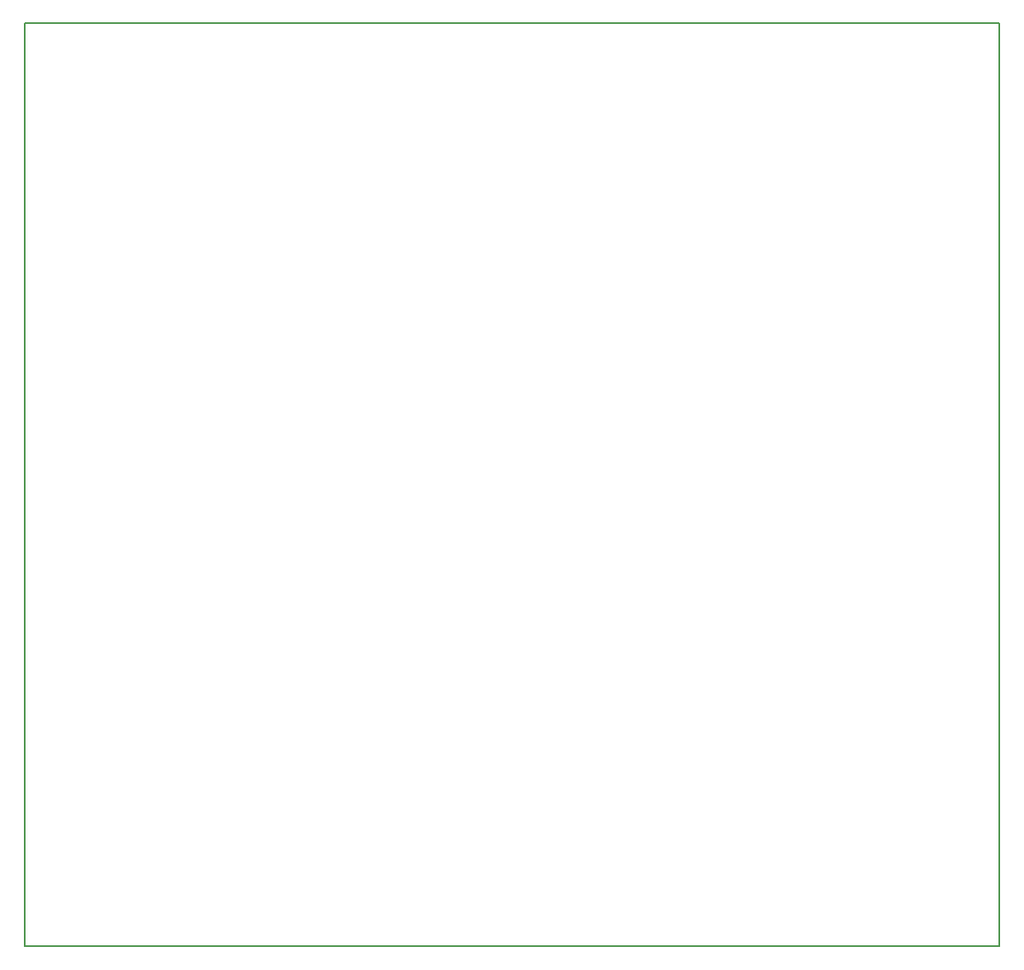
<source format=gm1>
G04 #@! TF.FileFunction,Profile,NP*
%FSLAX46Y46*%
G04 Gerber Fmt 4.6, Leading zero omitted, Abs format (unit mm)*
G04 Created by KiCad (PCBNEW 4.0.6) date 11/13/18 16:30:56*
%MOMM*%
%LPD*%
G01*
G04 APERTURE LIST*
%ADD10C,0.100000*%
%ADD11C,0.150000*%
G04 APERTURE END LIST*
D10*
D11*
X105000000Y-130000000D02*
X105000000Y-35200000D01*
X205000000Y-130000000D02*
X105000000Y-130000000D01*
X205000000Y-35200000D02*
X205000000Y-130000000D01*
X105000000Y-35200000D02*
X205000000Y-35200000D01*
M02*

</source>
